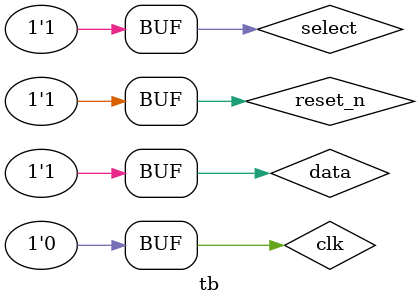
<source format=v>

`include "q1.v"
`timescale 1us/1us

module tb ();

initial begin : GTKWAVE
    $dumpfile("tb.vcd");
    $dumpvars(0, tb);
end
    
// I/O
reg reset_n, clk, data, select;
wire d, data_out;

// CLOCK (start @ 0, 10us pulses, 5 cycles)
parameter cycles = 10;
initial begin : CLOCK
    clk = 0;
    repeat (cycles) begin
        #10 clk = ~clk;
    end
end

initial begin : stimmychecks
    reset_n = 1'b1; // no reset
    select = 1'b1; // send data to d
    data = 1'b1; // set data to 1

    #20 // prove posedge clk works
    select = 1'b1; // send data to d
    data = 1'b0; // set data to 1

    #5 // test async reset
    reset_n = 0;
    select = 0; // for d = data_out

    #5 // select=0, data=1 but it won't be registered!
    reset_n = 1;
    data = 1'b1;

    #5 // set data high and send to output
    select = 1'b1;


end

// Instantiate ff module
ff U1 (
    .reset_n(reset_n),
    .clk(clk),
    .data(data),
    .select(select),
    .d(d),
    .data_out(data_out)
);

endmodule
</source>
